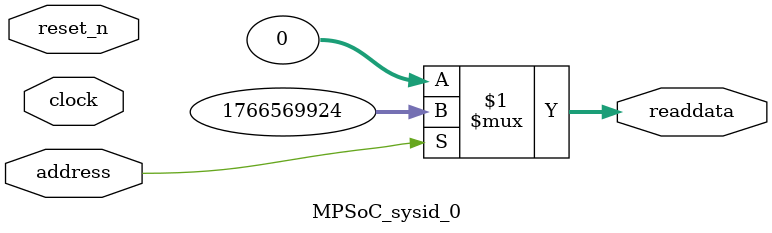
<source format=v>

`timescale 1ns / 1ps
// synthesis translate_on

// turn off superfluous verilog processor warnings 
// altera message_level Level1 
// altera message_off 10034 10035 10036 10037 10230 10240 10030 

module MPSoC_sysid_0 (
               // inputs:
                address,
                clock,
                reset_n,

               // outputs:
                readdata
             )
;

  output  [ 31: 0] readdata;
  input            address;
  input            clock;
  input            reset_n;

  wire    [ 31: 0] readdata;
  //control_slave, which is an e_avalon_slave
  assign readdata = address ? 1766569924 : 0;

endmodule




</source>
